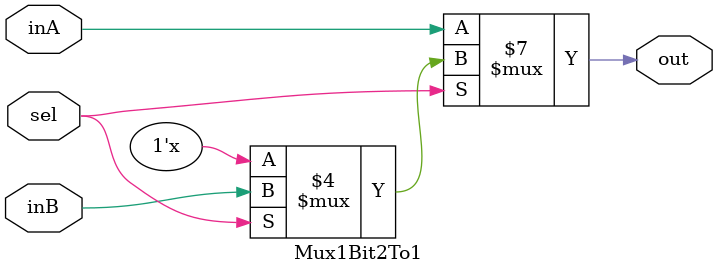
<source format=v>
`timescale 1ns / 1ps


module Mux1Bit2To1(out, inA, inB, sel);
    output reg  out;
    
    input inA;
    input inB;
    input sel;

    /* Fill in the implementation here ... */ 
    always@(inA, inB, sel) begin
        if (sel == 0) begin
            out <= inA;
        end
        else if (sel == 1) begin
            out <= inB;
        end
    end
endmodule

</source>
